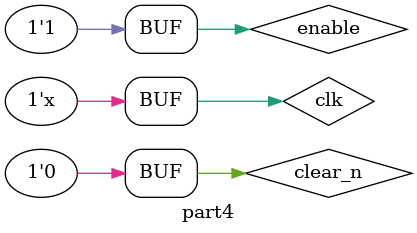
<source format=v>
`timescale 1ns / 1ps


module part4(

    );
    reg clk;
    reg clear_n;
    reg enable;
    wire [7:0]q;
    integer i;
    
    d_8_cnt my_counter(.clk(clk), .enable(enable), .reset(clear_n), .q(q));
    
    always #1 clk = !clk;
    
    initial
    begin
        clk =0;
        enable = 1;
        clear_n = 1;
        #1;
        clear_n =0;
        #80
        clk =0;
        enable = 0;
        clear_n = 0;
        #20
        clear_n = 0;
        clk = 0; 
        enable = 1;
        #20
        clear_n = 1;
        #1
        clear_n = 0;
        #5;
    end
    
endmodule

</source>
